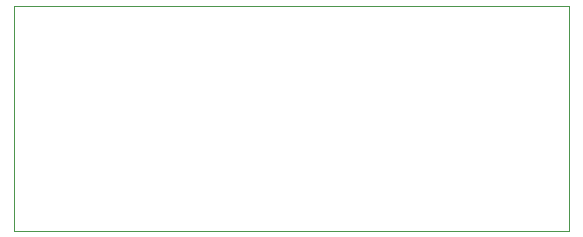
<source format=gbr>
%TF.GenerationSoftware,KiCad,Pcbnew,(5.1.10)-1*%
%TF.CreationDate,2021-10-22T01:29:17+01:00*%
%TF.ProjectId,RCA BOOARD,52434120-424f-44f4-9152-442e6b696361,rev?*%
%TF.SameCoordinates,Original*%
%TF.FileFunction,Profile,NP*%
%FSLAX46Y46*%
G04 Gerber Fmt 4.6, Leading zero omitted, Abs format (unit mm)*
G04 Created by KiCad (PCBNEW (5.1.10)-1) date 2021-10-22 01:29:17*
%MOMM*%
%LPD*%
G01*
G04 APERTURE LIST*
%TA.AperFunction,Profile*%
%ADD10C,0.050000*%
%TD*%
G04 APERTURE END LIST*
D10*
X163830000Y-125730000D02*
X163830000Y-144780000D01*
X116840000Y-125730000D02*
X116840000Y-144780000D01*
X116840000Y-125730000D02*
X163830000Y-125730000D01*
X163830000Y-144780000D02*
X116840000Y-144780000D01*
M02*

</source>
